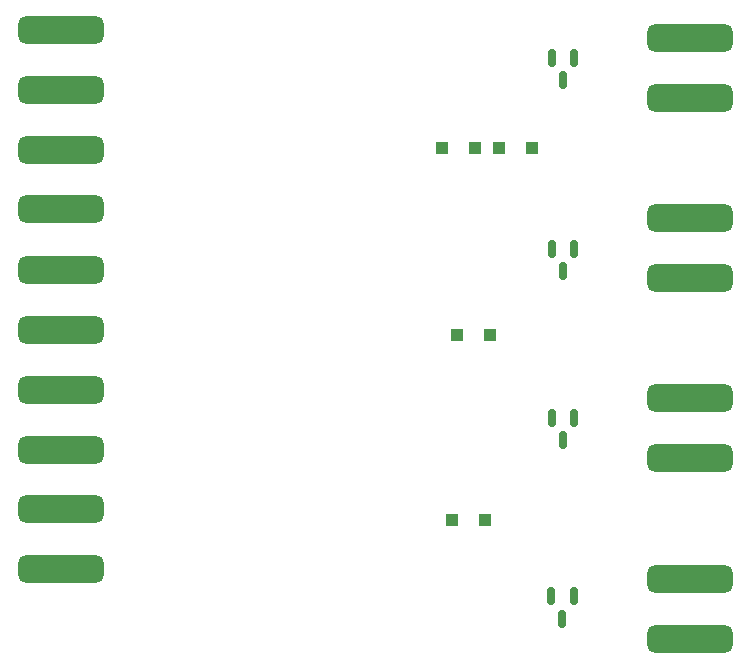
<source format=gbr>
%TF.GenerationSoftware,KiCad,Pcbnew,7.0.10*%
%TF.CreationDate,2024-07-21T07:40:16-04:00*%
%TF.ProjectId,12.1.1 - PLC Connector.kicad_pcb_appended,31322e31-2e31-4202-9d20-504c4320436f,rev?*%
%TF.SameCoordinates,Original*%
%TF.FileFunction,Paste,Top*%
%TF.FilePolarity,Positive*%
%FSLAX46Y46*%
G04 Gerber Fmt 4.6, Leading zero omitted, Abs format (unit mm)*
G04 Created by KiCad (PCBNEW 7.0.10) date 2024-07-21 07:40:16*
%MOMM*%
%LPD*%
G01*
G04 APERTURE LIST*
G04 Aperture macros list*
%AMRoundRect*
0 Rectangle with rounded corners*
0 $1 Rounding radius*
0 $2 $3 $4 $5 $6 $7 $8 $9 X,Y pos of 4 corners*
0 Add a 4 corners polygon primitive as box body*
4,1,4,$2,$3,$4,$5,$6,$7,$8,$9,$2,$3,0*
0 Add four circle primitives for the rounded corners*
1,1,$1+$1,$2,$3*
1,1,$1+$1,$4,$5*
1,1,$1+$1,$6,$7*
1,1,$1+$1,$8,$9*
0 Add four rect primitives between the rounded corners*
20,1,$1+$1,$2,$3,$4,$5,0*
20,1,$1+$1,$4,$5,$6,$7,0*
20,1,$1+$1,$6,$7,$8,$9,0*
20,1,$1+$1,$8,$9,$2,$3,0*%
G04 Aperture macros list end*
%ADD10RoundRect,0.572500X-3.045750X-0.572500X3.045750X-0.572500X3.045750X0.572500X-3.045750X0.572500X0*%
%ADD11RoundRect,0.572500X3.045750X0.572500X-3.045750X0.572500X-3.045750X-0.572500X3.045750X-0.572500X0*%
%ADD12RoundRect,0.150000X-0.150000X0.587500X-0.150000X-0.587500X0.150000X-0.587500X0.150000X0.587500X0*%
%ADD13RoundRect,0.250000X0.300000X0.300000X-0.300000X0.300000X-0.300000X-0.300000X0.300000X-0.300000X0*%
%ADD14RoundRect,0.250000X-0.300000X-0.300000X0.300000X-0.300000X0.300000X0.300000X-0.300000X0.300000X0*%
G04 APERTURE END LIST*
D10*
%TO.C,J104*%
X135151345Y-118127303D03*
%TD*%
%TO.C,J106*%
X135163477Y-107967303D03*
%TD*%
%TO.C,J116*%
X135136683Y-97794563D03*
%TD*%
%TO.C,J115*%
X135122779Y-102890324D03*
%TD*%
%TO.C,J111*%
X135137522Y-123198869D03*
%TD*%
%TO.C,J110*%
X135154366Y-128271547D03*
%TD*%
%TO.C,J120*%
X135177543Y-87647303D03*
%TD*%
%TO.C,J121*%
X135132736Y-82570977D03*
%TD*%
%TO.C,J117*%
X135154679Y-92741803D03*
%TD*%
%TO.C,J113*%
X135134275Y-113048173D03*
%TD*%
D11*
%TO.C,J108*%
X188422864Y-134127111D03*
%TD*%
D12*
%TO.C,D105*%
X178556856Y-130561113D03*
X176656856Y-130561113D03*
X177606856Y-132436113D03*
%TD*%
%TO.C,D106*%
X178584225Y-115455962D03*
X176684225Y-115455962D03*
X177634225Y-117330962D03*
%TD*%
D11*
%TO.C,J105*%
X188434462Y-98547442D03*
%TD*%
D13*
%TO.C,D101*%
X171475225Y-108458462D03*
X168675225Y-108458462D03*
%TD*%
D11*
%TO.C,J101*%
X188428553Y-129047523D03*
%TD*%
%TO.C,J109*%
X188439959Y-83312463D03*
%TD*%
D14*
%TO.C,D104*%
X167402225Y-92583462D03*
X170202225Y-92583462D03*
%TD*%
D11*
%TO.C,J115*%
X188435157Y-113791922D03*
%TD*%
D12*
%TO.C,D108*%
X178584225Y-101170962D03*
X176684225Y-101170962D03*
X177634225Y-103045962D03*
%TD*%
D11*
%TO.C,J106*%
X188444026Y-103639993D03*
%TD*%
D12*
%TO.C,D107*%
X178584225Y-84963462D03*
X176684225Y-84963462D03*
X177634225Y-86838462D03*
%TD*%
D11*
%TO.C,J110*%
X188437513Y-88401010D03*
%TD*%
D13*
%TO.C,D103*%
X175031225Y-92583462D03*
X172231225Y-92583462D03*
%TD*%
%TO.C,D102*%
X171094225Y-124079462D03*
X168294225Y-124079462D03*
%TD*%
D11*
%TO.C,J114*%
X188438530Y-118872462D03*
%TD*%
M02*

</source>
